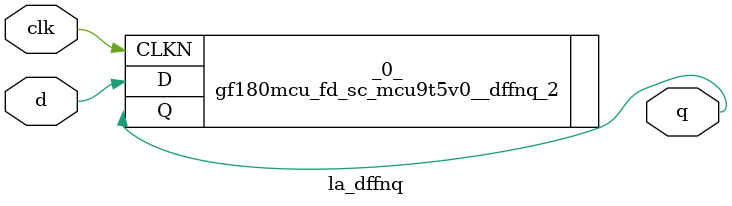
<source format=v>

/* Generated by Yosys 0.37 (git sha1 a5c7f69ed, clang 14.0.0-1ubuntu1.1 -fPIC -Os) */

module la_dffnq(d, clk, q);
  input clk;
  wire clk;
  input d;
  wire d;
  output q;
  wire q;
  gf180mcu_fd_sc_mcu9t5v0__dffnq_2 _0_ (
    .CLKN(clk),
    .D(d),
    .Q(q)
  );
endmodule

</source>
